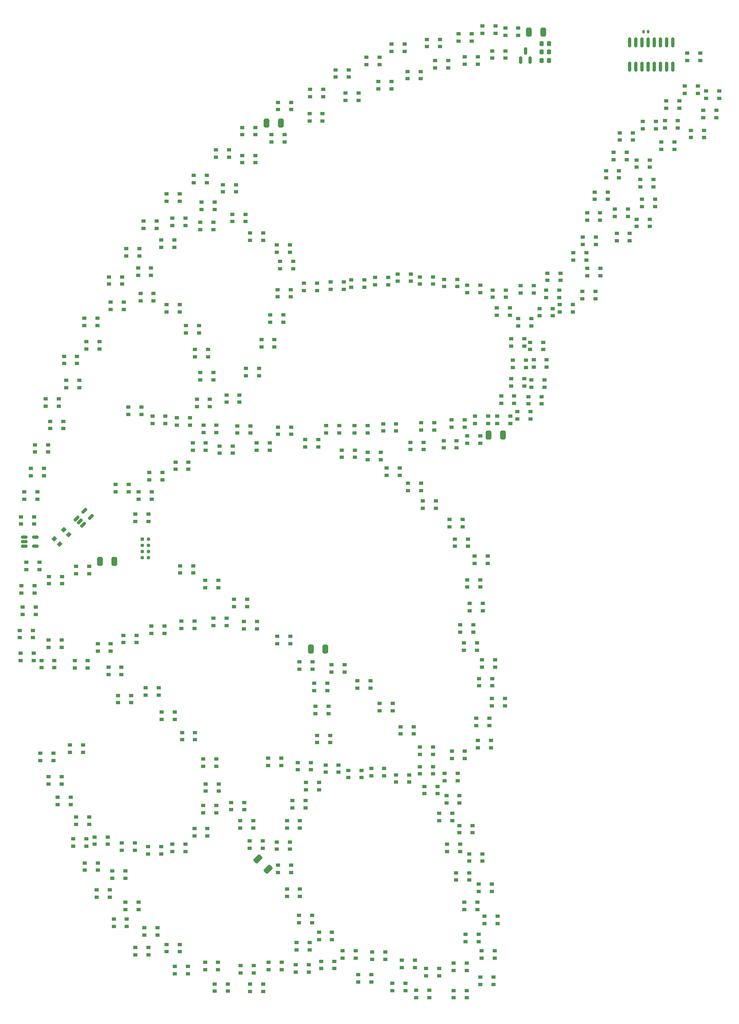
<source format=gbr>
%TF.GenerationSoftware,KiCad,Pcbnew,(6.99.0-3809-g2741d0eb4b)*%
%TF.CreationDate,2022-10-22T00:25:52-04:00*%
%TF.ProjectId,StarboardWing,53746172-626f-4617-9264-57696e672e6b,rev?*%
%TF.SameCoordinates,Original*%
%TF.FileFunction,Paste,Top*%
%TF.FilePolarity,Positive*%
%FSLAX46Y46*%
G04 Gerber Fmt 4.6, Leading zero omitted, Abs format (unit mm)*
G04 Created by KiCad (PCBNEW (6.99.0-3809-g2741d0eb4b)) date 2022-10-22 00:25:52*
%MOMM*%
%LPD*%
G01*
G04 APERTURE LIST*
G04 Aperture macros list*
%AMRoundRect*
0 Rectangle with rounded corners*
0 $1 Rounding radius*
0 $2 $3 $4 $5 $6 $7 $8 $9 X,Y pos of 4 corners*
0 Add a 4 corners polygon primitive as box body*
4,1,4,$2,$3,$4,$5,$6,$7,$8,$9,$2,$3,0*
0 Add four circle primitives for the rounded corners*
1,1,$1+$1,$2,$3*
1,1,$1+$1,$4,$5*
1,1,$1+$1,$6,$7*
1,1,$1+$1,$8,$9*
0 Add four rect primitives between the rounded corners*
20,1,$1+$1,$2,$3,$4,$5,0*
20,1,$1+$1,$4,$5,$6,$7,0*
20,1,$1+$1,$6,$7,$8,$9,0*
20,1,$1+$1,$8,$9,$2,$3,0*%
%AMRotRect*
0 Rectangle, with rotation*
0 The origin of the aperture is its center*
0 $1 length*
0 $2 width*
0 $3 Rotation angle, in degrees counterclockwise*
0 Add horizontal line*
21,1,$1,$2,0,0,$3*%
G04 Aperture macros list end*
%ADD10R,0.900000X0.750000*%
%ADD11RoundRect,0.150000X-0.256326X-0.468458X0.468458X0.256326X0.256326X0.468458X-0.468458X-0.256326X0*%
%ADD12RoundRect,0.150000X-0.512500X-0.150000X0.512500X-0.150000X0.512500X0.150000X-0.512500X0.150000X0*%
%ADD13RoundRect,0.250000X0.325000X0.650000X-0.325000X0.650000X-0.325000X-0.650000X0.325000X-0.650000X0*%
%ADD14RotRect,0.900000X0.750000X45.000000*%
%ADD15RoundRect,0.250000X-0.325000X-0.650000X0.325000X-0.650000X0.325000X0.650000X-0.325000X0.650000X0*%
%ADD16RoundRect,0.225000X0.225000X0.250000X-0.225000X0.250000X-0.225000X-0.250000X0.225000X-0.250000X0*%
%ADD17RoundRect,0.150000X0.150000X-0.587500X0.150000X0.587500X-0.150000X0.587500X-0.150000X-0.587500X0*%
%ADD18R,0.750000X0.750000*%
%ADD19O,0.750000X0.750000*%
%ADD20RoundRect,0.250000X0.689429X0.229810X0.229810X0.689429X-0.689429X-0.229810X-0.229810X-0.689429X0*%
%ADD21RoundRect,0.140000X-0.140000X-0.170000X0.140000X-0.170000X0.140000X0.170000X-0.140000X0.170000X0*%
%ADD22RoundRect,0.150000X-0.150000X0.850000X-0.150000X-0.850000X0.150000X-0.850000X0.150000X0.850000X0*%
G04 APERTURE END LIST*
D10*
%TO.C,D136*%
X205449999Y-83449999D03*
X205449999Y-81949999D03*
X202749999Y-81949999D03*
X202749999Y-83449999D03*
%TD*%
%TO.C,D150*%
X182649999Y-75749999D03*
X182649999Y-74249999D03*
X179949999Y-74249999D03*
X179949999Y-75749999D03*
%TD*%
%TO.C,D23*%
X184708892Y-165576392D03*
X184708892Y-164076392D03*
X182008892Y-164076392D03*
X182008892Y-165576392D03*
%TD*%
%TO.C,D9*%
X189149999Y-129949999D03*
X189149999Y-128449999D03*
X186449999Y-128449999D03*
X186449999Y-129949999D03*
%TD*%
%TO.C,D134*%
X217208892Y-120776392D03*
X217208892Y-119276392D03*
X214508892Y-119276392D03*
X214508892Y-120776392D03*
%TD*%
%TO.C,D81*%
X226249999Y-175449999D03*
X226249999Y-173949999D03*
X223549999Y-173949999D03*
X223549999Y-175449999D03*
%TD*%
%TO.C,D7*%
X177549999Y-133349999D03*
X177549999Y-131849999D03*
X174849999Y-131849999D03*
X174849999Y-133349999D03*
%TD*%
%TO.C,D193*%
X311299999Y-24299999D03*
X311299999Y-22799999D03*
X308599999Y-22799999D03*
X308599999Y-24299999D03*
%TD*%
%TO.C,D158*%
X197449999Y-52649999D03*
X197449999Y-51149999D03*
X194749999Y-51149999D03*
X194749999Y-52649999D03*
%TD*%
%TO.C,D114*%
X261549999Y-104349999D03*
X261549999Y-102849999D03*
X258849999Y-102849999D03*
X258849999Y-104349999D03*
%TD*%
%TO.C,D36*%
X203308892Y-191776392D03*
X203308892Y-190276392D03*
X200608892Y-190276392D03*
X200608892Y-191776392D03*
%TD*%
%TO.C,D218*%
X271349999Y-60849999D03*
X271349999Y-59349999D03*
X268649999Y-59349999D03*
X268649999Y-60849999D03*
%TD*%
%TO.C,D248*%
X272208892Y-78976392D03*
X272208892Y-77476392D03*
X269508892Y-77476392D03*
X269508892Y-78976392D03*
%TD*%
%TO.C,D55*%
X262449999Y-195649999D03*
X262449999Y-194149999D03*
X259749999Y-194149999D03*
X259749999Y-195649999D03*
%TD*%
%TO.C,D141*%
X210249999Y-74149999D03*
X210249999Y-72649999D03*
X207549999Y-72649999D03*
X207549999Y-74149999D03*
%TD*%
%TO.C,D222*%
X255449999Y-54449999D03*
X255449999Y-52949999D03*
X252749999Y-52949999D03*
X252749999Y-54449999D03*
%TD*%
%TO.C,D146*%
X191849999Y-59649999D03*
X191849999Y-58149999D03*
X189149999Y-58149999D03*
X189149999Y-59649999D03*
%TD*%
%TO.C,D186*%
X270349999Y-7949999D03*
X270349999Y-6449999D03*
X267649999Y-6449999D03*
X267649999Y-7949999D03*
%TD*%
%TO.C,D164*%
X210549999Y-39049999D03*
X210549999Y-37549999D03*
X207849999Y-37549999D03*
X207849999Y-39049999D03*
%TD*%
%TO.C,D64*%
X261108892Y-171176392D03*
X261108892Y-169676392D03*
X258408892Y-169676392D03*
X258408892Y-171176392D03*
%TD*%
D11*
%TO.C,U4*%
X182123915Y-102632583D03*
X182795666Y-103304334D03*
X183467417Y-103976085D03*
X185076085Y-102367417D03*
X183732583Y-101023915D03*
%TD*%
D10*
%TO.C,D206*%
X300099999Y-42599999D03*
X300099999Y-41099999D03*
X297399999Y-41099999D03*
X297399999Y-42599999D03*
%TD*%
%TO.C,D15*%
X210849999Y-153649999D03*
X210849999Y-152149999D03*
X208149999Y-152149999D03*
X208149999Y-153649999D03*
%TD*%
%TO.C,D31*%
X188949999Y-180549999D03*
X188949999Y-179049999D03*
X186249999Y-179049999D03*
X186249999Y-180549999D03*
%TD*%
%TO.C,D167*%
X214908892Y-35476392D03*
X214908892Y-33976392D03*
X212208892Y-33976392D03*
X212208892Y-35476392D03*
%TD*%
%TO.C,D210*%
X289908892Y-52676392D03*
X289908892Y-51176392D03*
X287208892Y-51176392D03*
X287208892Y-52676392D03*
%TD*%
%TO.C,D50*%
X249849999Y-199749999D03*
X249849999Y-198249999D03*
X247149999Y-198249999D03*
X247149999Y-199749999D03*
%TD*%
%TO.C,D58*%
X264908892Y-189676392D03*
X264908892Y-188176392D03*
X262208892Y-188176392D03*
X262208892Y-189676392D03*
%TD*%
%TO.C,D51*%
X251749999Y-195049999D03*
X251749999Y-193549999D03*
X249049999Y-193549999D03*
X249049999Y-195049999D03*
%TD*%
%TO.C,D67*%
X260949999Y-161149999D03*
X260949999Y-159649999D03*
X258249999Y-159649999D03*
X258249999Y-161149999D03*
%TD*%
%TO.C,D71*%
X250549999Y-156899999D03*
X250549999Y-155399999D03*
X247849999Y-155399999D03*
X247849999Y-156899999D03*
%TD*%
D12*
%TO.C,U3*%
X171362500Y-106450000D03*
X171362500Y-107400000D03*
X171362500Y-108350000D03*
X173637500Y-108350000D03*
X173637500Y-106450000D03*
%TD*%
D10*
%TO.C,D165*%
X203349999Y-37399999D03*
X203349999Y-35899999D03*
X200649999Y-35899999D03*
X200649999Y-37399999D03*
%TD*%
%TO.C,D84*%
X220399999Y-170499999D03*
X220399999Y-168999999D03*
X217699999Y-168999999D03*
X217699999Y-170499999D03*
%TD*%
%TO.C,D101*%
X255449999Y-151149999D03*
X255449999Y-149649999D03*
X252749999Y-149649999D03*
X252749999Y-151149999D03*
%TD*%
D13*
%TO.C,C2*%
X189875000Y-111500000D03*
X186925000Y-111500000D03*
%TD*%
D10*
%TO.C,D52*%
X254699999Y-201199999D03*
X254699999Y-199699999D03*
X251999999Y-199699999D03*
X251999999Y-201199999D03*
%TD*%
%TO.C,D46*%
X235149999Y-195249999D03*
X235149999Y-193749999D03*
X232449999Y-193749999D03*
X232449999Y-195249999D03*
%TD*%
%TO.C,D180*%
X252949999Y-12199999D03*
X252949999Y-10699999D03*
X250249999Y-10699999D03*
X250249999Y-12199999D03*
%TD*%
%TO.C,D247*%
X266849999Y-83076392D03*
X266849999Y-81576392D03*
X264149999Y-81576392D03*
X264149999Y-83076392D03*
%TD*%
%TO.C,D100*%
X251508892Y-146976392D03*
X251508892Y-145476392D03*
X248808892Y-145476392D03*
X248808892Y-146976392D03*
%TD*%
%TO.C,D60*%
X264608892Y-183076392D03*
X264608892Y-181576392D03*
X261908892Y-181576392D03*
X261908892Y-183076392D03*
%TD*%
%TO.C,D12*%
X198999999Y-138999999D03*
X198999999Y-137499999D03*
X196299999Y-137499999D03*
X196299999Y-138999999D03*
%TD*%
%TO.C,D109*%
X263749999Y-126049999D03*
X263749999Y-124549999D03*
X261049999Y-124549999D03*
X261049999Y-126049999D03*
%TD*%
%TO.C,D223*%
X250949999Y-53849999D03*
X250949999Y-52349999D03*
X248249999Y-52349999D03*
X248249999Y-53849999D03*
%TD*%
%TO.C,D221*%
X260449999Y-54949999D03*
X260449999Y-53449999D03*
X257749999Y-53449999D03*
X257749999Y-54949999D03*
%TD*%
%TO.C,D189*%
X310499999Y-8399999D03*
X310499999Y-6899999D03*
X307799999Y-6899999D03*
X307799999Y-8399999D03*
%TD*%
%TO.C,D94*%
X233708892Y-138076392D03*
X233708892Y-136576392D03*
X231008892Y-136576392D03*
X231008892Y-138076392D03*
%TD*%
%TO.C,D57*%
X268208892Y-193076392D03*
X268208892Y-191576392D03*
X265508892Y-191576392D03*
X265508892Y-193076392D03*
%TD*%
%TO.C,D156*%
X173349999Y-103799999D03*
X173349999Y-102299999D03*
X170649999Y-102299999D03*
X170649999Y-103799999D03*
%TD*%
%TO.C,D11*%
X193349999Y-140549999D03*
X193349999Y-139049999D03*
X190649999Y-139049999D03*
X190649999Y-140549999D03*
%TD*%
%TO.C,D62*%
X262949999Y-177049999D03*
X262949999Y-175549999D03*
X260249999Y-175549999D03*
X260249999Y-177049999D03*
%TD*%
%TO.C,D216*%
X280108892Y-60949999D03*
X280108892Y-59449999D03*
X277408892Y-59449999D03*
X277408892Y-60949999D03*
%TD*%
%TO.C,D229*%
X226049999Y-47849999D03*
X226049999Y-46349999D03*
X223349999Y-46349999D03*
X223349999Y-47849999D03*
%TD*%
%TO.C,D191*%
X314408892Y-16199999D03*
X314408892Y-14699999D03*
X311708892Y-14699999D03*
X311708892Y-16199999D03*
%TD*%
%TO.C,D215*%
X276249999Y-56249999D03*
X276249999Y-54749999D03*
X273549999Y-54749999D03*
X273549999Y-56249999D03*
%TD*%
%TO.C,D106*%
X267708892Y-137076392D03*
X267708892Y-135576392D03*
X265008892Y-135576392D03*
X265008892Y-137076392D03*
%TD*%
%TO.C,D122*%
X214249999Y-89249999D03*
X214249999Y-87749999D03*
X211549999Y-87749999D03*
X211549999Y-89249999D03*
%TD*%
%TO.C,D184*%
X263449999Y-4449999D03*
X263449999Y-2949999D03*
X260749999Y-2949999D03*
X260749999Y-4449999D03*
%TD*%
%TO.C,D172*%
X226249999Y-18549999D03*
X226249999Y-17049999D03*
X223549999Y-17049999D03*
X223549999Y-18549999D03*
%TD*%
%TO.C,D231*%
X216908892Y-41576392D03*
X216908892Y-40076392D03*
X214208892Y-40076392D03*
X214208892Y-41576392D03*
%TD*%
%TO.C,D22*%
X188508892Y-169676392D03*
X188508892Y-168176392D03*
X185808892Y-168176392D03*
X185808892Y-169676392D03*
%TD*%
%TO.C,D155*%
X174008892Y-98676392D03*
X174008892Y-97176392D03*
X171308892Y-97176392D03*
X171308892Y-98676392D03*
%TD*%
D14*
%TO.C,D129*%
X180484923Y-105975735D03*
X179424263Y-104915075D03*
X177515075Y-106824263D03*
X178575735Y-107884923D03*
%TD*%
D10*
%TO.C,D32*%
X194899999Y-183099999D03*
X194899999Y-181599999D03*
X192199999Y-181599999D03*
X192199999Y-183099999D03*
%TD*%
%TO.C,D79*%
X228099999Y-166299999D03*
X228099999Y-164799999D03*
X225399999Y-164799999D03*
X225399999Y-166299999D03*
%TD*%
%TO.C,D144*%
X203308892Y-60176392D03*
X203308892Y-58676392D03*
X200608892Y-58676392D03*
X200608892Y-60176392D03*
%TD*%
%TO.C,D34*%
X198749999Y-188349999D03*
X198749999Y-186849999D03*
X196049999Y-186849999D03*
X196049999Y-188349999D03*
%TD*%
%TO.C,D29*%
X186499999Y-174999999D03*
X186499999Y-173499999D03*
X183799999Y-173499999D03*
X183799999Y-174999999D03*
%TD*%
%TO.C,D113*%
X262649999Y-108376392D03*
X262649999Y-106876392D03*
X259949999Y-106876392D03*
X259949999Y-108376392D03*
%TD*%
%TO.C,D47*%
X239549999Y-193099999D03*
X239549999Y-191599999D03*
X236849999Y-191599999D03*
X236849999Y-193099999D03*
%TD*%
%TO.C,D213*%
X281508892Y-57176392D03*
X281508892Y-55676392D03*
X278808892Y-55676392D03*
X278808892Y-57176392D03*
%TD*%
%TO.C,D85*%
X218449999Y-166349999D03*
X218449999Y-164849999D03*
X215749999Y-164849999D03*
X215749999Y-166349999D03*
%TD*%
%TO.C,D8*%
X184408892Y-133376392D03*
X184408892Y-131876392D03*
X181708892Y-131876392D03*
X181708892Y-133376392D03*
%TD*%
%TO.C,D219*%
X270449999Y-57149999D03*
X270449999Y-55649999D03*
X267749999Y-55649999D03*
X267749999Y-57149999D03*
%TD*%
%TO.C,D194*%
X305899999Y-22299999D03*
X305899999Y-20799999D03*
X303199999Y-20799999D03*
X303199999Y-22299999D03*
%TD*%
%TO.C,D107*%
X268249999Y-133249999D03*
X268249999Y-131749999D03*
X265549999Y-131749999D03*
X265549999Y-133249999D03*
%TD*%
%TO.C,D145*%
X197949999Y-57849999D03*
X197949999Y-56349999D03*
X195249999Y-56349999D03*
X195249999Y-57849999D03*
%TD*%
%TO.C,D18*%
X209049999Y-167949999D03*
X209049999Y-166449999D03*
X206349999Y-166449999D03*
X206349999Y-167949999D03*
%TD*%
%TO.C,D133*%
X211308892Y-116876392D03*
X211308892Y-115376392D03*
X208608892Y-115376392D03*
X208608892Y-116876392D03*
%TD*%
%TO.C,D120*%
X221908892Y-88576392D03*
X221908892Y-87076392D03*
X219208892Y-87076392D03*
X219208892Y-88576392D03*
%TD*%
%TO.C,D187*%
X273049999Y-3249999D03*
X273049999Y-1749999D03*
X270349999Y-1749999D03*
X270349999Y-3249999D03*
%TD*%
%TO.C,D41*%
X220549999Y-199949999D03*
X220549999Y-198449999D03*
X217849999Y-198449999D03*
X217849999Y-199949999D03*
%TD*%
%TO.C,D256*%
X274299999Y-67199999D03*
X274299999Y-65699999D03*
X271599999Y-65699999D03*
X271599999Y-67199999D03*
%TD*%
%TO.C,D35*%
X196908892Y-192376392D03*
X196908892Y-190876392D03*
X194208892Y-190876392D03*
X194208892Y-192376392D03*
%TD*%
%TO.C,D196*%
X305199999Y-26699999D03*
X305199999Y-25199999D03*
X302499999Y-25199999D03*
X302499999Y-26699999D03*
%TD*%
%TO.C,D227*%
X231608892Y-55776392D03*
X231608892Y-54276392D03*
X228908892Y-54276392D03*
X228908892Y-55776392D03*
%TD*%
%TO.C,D232*%
X226208892Y-57076392D03*
X226208892Y-55576392D03*
X223508892Y-55576392D03*
X223508892Y-57076392D03*
%TD*%
%TO.C,D89*%
X206349999Y-125249999D03*
X206349999Y-123749999D03*
X203649999Y-123749999D03*
X203649999Y-125249999D03*
%TD*%
%TO.C,D212*%
X281708892Y-53676392D03*
X281708892Y-52176392D03*
X279008892Y-52176392D03*
X279008892Y-53676392D03*
%TD*%
%TO.C,D131*%
X184699999Y-113999999D03*
X184699999Y-112499999D03*
X181999999Y-112499999D03*
X181999999Y-113999999D03*
%TD*%
%TO.C,D68*%
X256449999Y-159249999D03*
X256449999Y-157749999D03*
X253749999Y-157749999D03*
X253749999Y-159249999D03*
%TD*%
%TO.C,D56*%
X267949999Y-198499999D03*
X267949999Y-196999999D03*
X265249999Y-196999999D03*
X265249999Y-198499999D03*
%TD*%
%TO.C,D90*%
X213008892Y-124676392D03*
X213008892Y-123176392D03*
X210308892Y-123176392D03*
X210308892Y-124676392D03*
%TD*%
%TO.C,D250*%
X277808892Y-79076392D03*
X277808892Y-77576392D03*
X275108892Y-77576392D03*
X275108892Y-79076392D03*
%TD*%
%TO.C,D86*%
X216649999Y-162549999D03*
X216649999Y-161049999D03*
X213949999Y-161049999D03*
X213949999Y-162549999D03*
%TD*%
D15*
%TO.C,C44*%
X266925000Y-85500000D03*
X269875000Y-85500000D03*
%TD*%
D10*
%TO.C,D198*%
X295399999Y-28799999D03*
X295399999Y-27299999D03*
X292699999Y-27299999D03*
X292699999Y-28799999D03*
%TD*%
D16*
%TO.C,C3*%
X279375000Y-5000000D03*
X277825000Y-5000000D03*
%TD*%
D10*
%TO.C,D75*%
X232008892Y-158476392D03*
X232008892Y-156976392D03*
X229308892Y-156976392D03*
X229308892Y-158476392D03*
%TD*%
%TO.C,D246*%
X271408892Y-83076392D03*
X271408892Y-81576392D03*
X268708892Y-81576392D03*
X268708892Y-83076392D03*
%TD*%
D15*
%TO.C,C40*%
X275225000Y-2600000D03*
X278175000Y-2600000D03*
%TD*%
D10*
%TO.C,D13*%
X202349999Y-143949999D03*
X202349999Y-142449999D03*
X199649999Y-142449999D03*
X199649999Y-143949999D03*
%TD*%
%TO.C,D78*%
X229249999Y-162149999D03*
X229249999Y-160649999D03*
X226549999Y-160649999D03*
X226549999Y-162149999D03*
%TD*%
%TO.C,D3*%
X173708892Y-122376392D03*
X173708892Y-120876392D03*
X171008892Y-120876392D03*
X171008892Y-122376392D03*
%TD*%
%TO.C,D24*%
X180908892Y-161476392D03*
X180908892Y-159976392D03*
X178208892Y-159976392D03*
X178208892Y-161476392D03*
%TD*%
%TO.C,D98*%
X242649999Y-137549999D03*
X242649999Y-136049999D03*
X239949999Y-136049999D03*
X239949999Y-137549999D03*
%TD*%
%TO.C,D96*%
X234349999Y-148749999D03*
X234349999Y-147249999D03*
X231649999Y-147249999D03*
X231649999Y-148749999D03*
%TD*%
%TO.C,D49*%
X242799999Y-197999999D03*
X242799999Y-196499999D03*
X240099999Y-196499999D03*
X240099999Y-197999999D03*
%TD*%
%TO.C,D143*%
X207308892Y-64476392D03*
X207308892Y-62976392D03*
X204608892Y-62976392D03*
X204608892Y-64476392D03*
%TD*%
%TO.C,D138*%
X195449999Y-81249999D03*
X195449999Y-79749999D03*
X192749999Y-79749999D03*
X192749999Y-81249999D03*
%TD*%
%TO.C,D181*%
X256899999Y-5599999D03*
X256899999Y-4099999D03*
X254199999Y-4099999D03*
X254199999Y-5599999D03*
%TD*%
%TO.C,D178*%
X246949999Y-14249999D03*
X246949999Y-12749999D03*
X244249999Y-12749999D03*
X244249999Y-14249999D03*
%TD*%
%TO.C,D207*%
X295999999Y-45499999D03*
X295999999Y-43999999D03*
X293299999Y-43999999D03*
X293299999Y-45499999D03*
%TD*%
%TO.C,D14*%
X206508892Y-148176392D03*
X206508892Y-146676392D03*
X203808892Y-146676392D03*
X203808892Y-148176392D03*
%TD*%
%TO.C,D82*%
X228099999Y-180399999D03*
X228099999Y-178899999D03*
X225399999Y-178899999D03*
X225399999Y-180399999D03*
%TD*%
%TO.C,D175*%
X238149999Y-11849999D03*
X238149999Y-10349999D03*
X235449999Y-10349999D03*
X235449999Y-11849999D03*
%TD*%
%TO.C,D44*%
X230108892Y-191376392D03*
X230108892Y-189876392D03*
X227408892Y-189876392D03*
X227408892Y-191376392D03*
%TD*%
%TO.C,D226*%
X237108892Y-55476392D03*
X237108892Y-53976392D03*
X234408892Y-53976392D03*
X234408892Y-55476392D03*
%TD*%
%TO.C,D137*%
X200408892Y-83076392D03*
X200408892Y-81576392D03*
X197708892Y-81576392D03*
X197708892Y-83076392D03*
%TD*%
%TO.C,D21*%
X194108892Y-170876392D03*
X194108892Y-169376392D03*
X191408892Y-169376392D03*
X191408892Y-170876392D03*
%TD*%
%TO.C,D123*%
X210908892Y-84976392D03*
X210908892Y-83476392D03*
X208208892Y-83476392D03*
X208208892Y-84976392D03*
%TD*%
%TO.C,D53*%
X256749999Y-196749999D03*
X256749999Y-195249999D03*
X254049999Y-195249999D03*
X254049999Y-196749999D03*
%TD*%
%TO.C,D190*%
X306208892Y-18276392D03*
X306208892Y-16776392D03*
X303508892Y-16776392D03*
X303508892Y-18276392D03*
%TD*%
%TO.C,D40*%
X218549999Y-196149999D03*
X218549999Y-194649999D03*
X215849999Y-194649999D03*
X215849999Y-196149999D03*
%TD*%
%TO.C,D121*%
X217899999Y-85099999D03*
X217899999Y-83599999D03*
X215199999Y-83599999D03*
X215199999Y-85099999D03*
%TD*%
%TO.C,D33*%
X192449999Y-186549999D03*
X192449999Y-185049999D03*
X189749999Y-185049999D03*
X189749999Y-186549999D03*
%TD*%
%TO.C,D10*%
X191349999Y-134749999D03*
X191349999Y-133249999D03*
X188649999Y-133249999D03*
X188649999Y-134749999D03*
%TD*%
%TO.C,D153*%
X176208892Y-88976392D03*
X176208892Y-87476392D03*
X173508892Y-87476392D03*
X173508892Y-88976392D03*
%TD*%
%TO.C,D182*%
X258649999Y-9949999D03*
X258649999Y-8449999D03*
X255949999Y-8449999D03*
X255949999Y-9949999D03*
%TD*%
%TO.C,D54*%
X262449999Y-201249999D03*
X262449999Y-199749999D03*
X259749999Y-199749999D03*
X259749999Y-201249999D03*
%TD*%
%TO.C,D45*%
X234699999Y-189299999D03*
X234699999Y-187799999D03*
X231999999Y-187799999D03*
X231999999Y-189299999D03*
%TD*%
%TO.C,D197*%
X296599999Y-24799999D03*
X296599999Y-23299999D03*
X293899999Y-23299999D03*
X293899999Y-24799999D03*
%TD*%
%TO.C,D2*%
X174449999Y-113149999D03*
X174449999Y-111649999D03*
X171749999Y-111649999D03*
X171749999Y-113149999D03*
%TD*%
%TO.C,D88*%
X200208892Y-126276392D03*
X200208892Y-124776392D03*
X197508892Y-124776392D03*
X197508892Y-126276392D03*
%TD*%
%TO.C,D162*%
X204549999Y-42349999D03*
X204549999Y-40849999D03*
X201849999Y-40849999D03*
X201849999Y-42349999D03*
%TD*%
D17*
%TO.C,U1*%
X273550000Y-8337500D03*
X275450000Y-8337500D03*
X274500000Y-6462500D03*
%TD*%
D10*
%TO.C,D176*%
X240149999Y-16649999D03*
X240149999Y-15149999D03*
X237449999Y-15149999D03*
X237449999Y-16649999D03*
%TD*%
%TO.C,D72*%
X245449999Y-155549999D03*
X245449999Y-154049999D03*
X242749999Y-154049999D03*
X242749999Y-155549999D03*
%TD*%
%TO.C,D108*%
X264549999Y-129749999D03*
X264549999Y-128249999D03*
X261849999Y-128249999D03*
X261849999Y-129749999D03*
%TD*%
%TO.C,D103*%
X267399999Y-149799999D03*
X267399999Y-148299999D03*
X264699999Y-148299999D03*
X264699999Y-149799999D03*
%TD*%
%TO.C,D63*%
X265649999Y-173149999D03*
X265649999Y-171649999D03*
X262949999Y-171649999D03*
X262949999Y-173149999D03*
%TD*%
%TO.C,D95*%
X233999999Y-142799999D03*
X233999999Y-141299999D03*
X231299999Y-141299999D03*
X231299999Y-142799999D03*
%TD*%
%TO.C,D170*%
X218899999Y-23699999D03*
X218899999Y-22199999D03*
X216199999Y-22199999D03*
X216199999Y-23699999D03*
%TD*%
%TO.C,D132*%
X206108892Y-113876392D03*
X206108892Y-112376392D03*
X203408892Y-112376392D03*
X203408892Y-113876392D03*
%TD*%
%TO.C,D30*%
X192149999Y-176649999D03*
X192149999Y-175149999D03*
X189449999Y-175149999D03*
X189449999Y-176649999D03*
%TD*%
%TO.C,D16*%
X211349999Y-158749999D03*
X211349999Y-157249999D03*
X208649999Y-157249999D03*
X208649999Y-158749999D03*
%TD*%
%TO.C,D19*%
X204549999Y-171149999D03*
X204549999Y-169649999D03*
X201849999Y-169649999D03*
X201849999Y-171149999D03*
%TD*%
%TO.C,D239*%
X244749999Y-90549999D03*
X244749999Y-89049999D03*
X242049999Y-89049999D03*
X242049999Y-90549999D03*
%TD*%
D16*
%TO.C,C42*%
X279375000Y-8400000D03*
X277825000Y-8400000D03*
%TD*%
D10*
%TO.C,D105*%
X270308892Y-141176392D03*
X270308892Y-139676392D03*
X267608892Y-139676392D03*
X267608892Y-141176392D03*
%TD*%
%TO.C,D111*%
X265249999Y-116749999D03*
X265249999Y-115249999D03*
X262549999Y-115249999D03*
X262549999Y-116749999D03*
%TD*%
%TO.C,D149*%
X182208892Y-70776392D03*
X182208892Y-69276392D03*
X179508892Y-69276392D03*
X179508892Y-70776392D03*
%TD*%
%TO.C,D174*%
X232899999Y-15899999D03*
X232899999Y-14399999D03*
X230199999Y-14399999D03*
X230199999Y-15899999D03*
%TD*%
D16*
%TO.C,C43*%
X279375000Y-6700000D03*
X277825000Y-6700000D03*
%TD*%
D10*
%TO.C,D28*%
X184108892Y-170076392D03*
X184108892Y-168576392D03*
X181408892Y-168576392D03*
X181408892Y-170076392D03*
%TD*%
%TO.C,D42*%
X224308892Y-195476392D03*
X224308892Y-193976392D03*
X221608892Y-193976392D03*
X221608892Y-195476392D03*
%TD*%
%TO.C,D38*%
X211249999Y-195449999D03*
X211249999Y-193949999D03*
X208549999Y-193949999D03*
X208549999Y-195449999D03*
%TD*%
D15*
%TO.C,C39*%
X221225000Y-21300000D03*
X224175000Y-21300000D03*
%TD*%
D10*
%TO.C,D48*%
X245649999Y-193349999D03*
X245649999Y-191849999D03*
X242949999Y-191849999D03*
X242949999Y-193349999D03*
%TD*%
%TO.C,D220*%
X265249999Y-56149999D03*
X265249999Y-54649999D03*
X262549999Y-54649999D03*
X262549999Y-56149999D03*
%TD*%
%TO.C,D104*%
X267108892Y-145276392D03*
X267108892Y-143776392D03*
X264408892Y-143776392D03*
X264408892Y-145276392D03*
%TD*%
%TO.C,D115*%
X256049999Y-100549999D03*
X256049999Y-99049999D03*
X253349999Y-99049999D03*
X253349999Y-100549999D03*
%TD*%
%TO.C,D214*%
X284249999Y-60149999D03*
X284249999Y-58649999D03*
X281549999Y-58649999D03*
X281549999Y-60149999D03*
%TD*%
%TO.C,D87*%
X194408892Y-128176392D03*
X194408892Y-126676392D03*
X191708892Y-126676392D03*
X191708892Y-128176392D03*
%TD*%
%TO.C,D93*%
X230708892Y-133676392D03*
X230708892Y-132176392D03*
X228008892Y-132176392D03*
X228008892Y-133676392D03*
%TD*%
%TO.C,D154*%
X175408892Y-93876392D03*
X175408892Y-92376392D03*
X172708892Y-92376392D03*
X172708892Y-93876392D03*
%TD*%
%TO.C,D252*%
X274308892Y-75376392D03*
X274308892Y-73876392D03*
X271608892Y-73876392D03*
X271608892Y-75376392D03*
%TD*%
%TO.C,D147*%
X186408892Y-62976392D03*
X186408892Y-61476392D03*
X183708892Y-61476392D03*
X183708892Y-62976392D03*
%TD*%
%TO.C,D69*%
X260599999Y-156599999D03*
X260599999Y-155099999D03*
X257899999Y-155099999D03*
X257899999Y-156599999D03*
%TD*%
%TO.C,D39*%
X213199999Y-199899999D03*
X213199999Y-198399999D03*
X210499999Y-198399999D03*
X210499999Y-199899999D03*
%TD*%
%TO.C,D255*%
X278199999Y-67899999D03*
X278199999Y-66399999D03*
X275499999Y-66399999D03*
X275499999Y-67899999D03*
%TD*%
%TO.C,D238*%
X242049999Y-85049999D03*
X242049999Y-83549999D03*
X239349999Y-83549999D03*
X239349999Y-85049999D03*
%TD*%
%TO.C,D117*%
X248649999Y-93749999D03*
X248649999Y-92249999D03*
X245949999Y-92249999D03*
X245949999Y-93749999D03*
%TD*%
%TO.C,D243*%
X260349999Y-88149999D03*
X260349999Y-86649999D03*
X257649999Y-86649999D03*
X257649999Y-88149999D03*
%TD*%
%TO.C,D91*%
X219249999Y-125349999D03*
X219249999Y-123849999D03*
X216549999Y-123849999D03*
X216549999Y-125349999D03*
%TD*%
%TO.C,D148*%
X186849999Y-67749999D03*
X186849999Y-66249999D03*
X184149999Y-66249999D03*
X184149999Y-67749999D03*
%TD*%
%TO.C,D17*%
X210899999Y-163199999D03*
X210899999Y-161699999D03*
X208199999Y-161699999D03*
X208199999Y-163199999D03*
%TD*%
%TO.C,D205*%
X295599999Y-40499999D03*
X295599999Y-38999999D03*
X292899999Y-38999999D03*
X292899999Y-40499999D03*
%TD*%
%TO.C,D25*%
X179008892Y-157276392D03*
X179008892Y-155776392D03*
X176308892Y-155776392D03*
X176308892Y-157276392D03*
%TD*%
%TO.C,D204*%
X289899999Y-41299999D03*
X289899999Y-39799999D03*
X287199999Y-39799999D03*
X287199999Y-41299999D03*
%TD*%
%TO.C,D185*%
X268349999Y-2849999D03*
X268349999Y-1349999D03*
X265649999Y-1349999D03*
X265649999Y-2849999D03*
%TD*%
%TO.C,D92*%
X226099999Y-128399999D03*
X226099999Y-126899999D03*
X223399999Y-126899999D03*
X223399999Y-128399999D03*
%TD*%
%TO.C,D183*%
X264708892Y-9176392D03*
X264708892Y-7676392D03*
X262008892Y-7676392D03*
X262008892Y-9176392D03*
%TD*%
%TO.C,D177*%
X244449999Y-9249999D03*
X244449999Y-7749999D03*
X241749999Y-7749999D03*
X241749999Y-9249999D03*
%TD*%
%TO.C,D230*%
X220549999Y-45449999D03*
X220549999Y-43949999D03*
X217849999Y-43949999D03*
X217849999Y-45449999D03*
%TD*%
%TO.C,D20*%
X199549999Y-171649999D03*
X199549999Y-170149999D03*
X196849999Y-170149999D03*
X196849999Y-171649999D03*
%TD*%
%TO.C,D142*%
X209149999Y-69399999D03*
X209149999Y-67899999D03*
X206449999Y-67899999D03*
X206449999Y-69399999D03*
%TD*%
D18*
%TO.C,J1*%
X195599999Y-106899999D03*
D19*
X196869999Y-106899999D03*
X195599999Y-108169999D03*
X196869999Y-108169999D03*
X195599999Y-109439999D03*
X196869999Y-109439999D03*
X195599999Y-110709999D03*
X196869999Y-110709999D03*
%TD*%
D10*
%TO.C,D192*%
X313799999Y-20199999D03*
X313799999Y-18699999D03*
X311099999Y-18699999D03*
X311099999Y-20199999D03*
%TD*%
%TO.C,D209*%
X287099999Y-49499999D03*
X287099999Y-47999999D03*
X284399999Y-47999999D03*
X284399999Y-49499999D03*
%TD*%
%TO.C,D70*%
X255499999Y-155199999D03*
X255499999Y-153699999D03*
X252799999Y-153699999D03*
X252799999Y-155199999D03*
%TD*%
%TO.C,D163*%
X210249999Y-43249999D03*
X210249999Y-41749999D03*
X207549999Y-41749999D03*
X207549999Y-43249999D03*
%TD*%
D15*
%TO.C,C41*%
X230325000Y-129500000D03*
X233275000Y-129500000D03*
%TD*%
D10*
%TO.C,D225*%
X241349999Y-55049999D03*
X241349999Y-53549999D03*
X238649999Y-53549999D03*
X238649999Y-55049999D03*
%TD*%
%TO.C,D83*%
X230608892Y-185776392D03*
X230608892Y-184276392D03*
X227908892Y-184276392D03*
X227908892Y-185776392D03*
%TD*%
%TO.C,D202*%
X301199999Y-38499999D03*
X301199999Y-36999999D03*
X298499999Y-36999999D03*
X298499999Y-38499999D03*
%TD*%
%TO.C,D112*%
X266708892Y-111876392D03*
X266708892Y-110376392D03*
X264008892Y-110376392D03*
X264008892Y-111876392D03*
%TD*%
%TO.C,D240*%
X247908892Y-84676392D03*
X247908892Y-83176392D03*
X245208892Y-83176392D03*
X245208892Y-84676392D03*
%TD*%
%TO.C,D244*%
X262008892Y-83876392D03*
X262008892Y-82376392D03*
X259308892Y-82376392D03*
X259308892Y-83876392D03*
%TD*%
%TO.C,D61*%
X267608892Y-179376392D03*
X267608892Y-177876392D03*
X264908892Y-177876392D03*
X264908892Y-179376392D03*
%TD*%
%TO.C,D241*%
X253508892Y-88476392D03*
X253508892Y-86976392D03*
X250808892Y-86976392D03*
X250808892Y-88476392D03*
%TD*%
%TO.C,D1*%
X173408892Y-117976392D03*
X173408892Y-116476392D03*
X170708892Y-116476392D03*
X170708892Y-117976392D03*
%TD*%
D20*
%TO.C,C38*%
X221500000Y-174800000D03*
X219414034Y-172714034D03*
%TD*%
D10*
%TO.C,D126*%
X199799999Y-94699999D03*
X199799999Y-93199999D03*
X197099999Y-93199999D03*
X197099999Y-94699999D03*
%TD*%
%TO.C,D124*%
X208708892Y-88576392D03*
X208708892Y-87076392D03*
X206008892Y-87076392D03*
X206008892Y-88576392D03*
%TD*%
%TO.C,D27*%
X183408892Y-150776392D03*
X183408892Y-149276392D03*
X180708892Y-149276392D03*
X180708892Y-150776392D03*
%TD*%
%TO.C,D161*%
X198608892Y-42976392D03*
X198608892Y-41476392D03*
X195908892Y-41476392D03*
X195908892Y-42976392D03*
%TD*%
%TO.C,D6*%
X179008892Y-129176392D03*
X179008892Y-127676392D03*
X176308892Y-127676392D03*
X176308892Y-129176392D03*
%TD*%
%TO.C,D118*%
X231899999Y-87899999D03*
X231899999Y-86399999D03*
X229199999Y-86399999D03*
X229199999Y-87899999D03*
%TD*%
%TO.C,D159*%
X195049999Y-48649999D03*
X195049999Y-47149999D03*
X192349999Y-47149999D03*
X192349999Y-48649999D03*
%TD*%
%TO.C,D224*%
X246249999Y-54549999D03*
X246249999Y-53049999D03*
X243549999Y-53049999D03*
X243549999Y-54549999D03*
%TD*%
%TO.C,D160*%
X202208892Y-46876392D03*
X202208892Y-45376392D03*
X199508892Y-45376392D03*
X199508892Y-46876392D03*
%TD*%
%TO.C,D80*%
X225999999Y-170699999D03*
X225999999Y-169199999D03*
X223299999Y-169199999D03*
X223299999Y-170699999D03*
%TD*%
%TO.C,D251*%
X278408892Y-75676392D03*
X278408892Y-74176392D03*
X275708892Y-74176392D03*
X275708892Y-75676392D03*
%TD*%
%TO.C,D65*%
X263599999Y-167299999D03*
X263599999Y-165799999D03*
X260899999Y-165799999D03*
X260899999Y-167299999D03*
%TD*%
%TO.C,D228*%
X226708892Y-51276392D03*
X226708892Y-49776392D03*
X224008892Y-49776392D03*
X224008892Y-51276392D03*
%TD*%
%TO.C,D97*%
X237249999Y-134249999D03*
X237249999Y-132749999D03*
X234549999Y-132749999D03*
X234549999Y-134249999D03*
%TD*%
%TO.C,D135*%
X196908892Y-103276392D03*
X196908892Y-101776392D03*
X194208892Y-101776392D03*
X194208892Y-103276392D03*
%TD*%
%TO.C,D74*%
X236049999Y-154849999D03*
X236049999Y-153349999D03*
X233349999Y-153349999D03*
X233349999Y-154849999D03*
%TD*%
%TO.C,D73*%
X240749999Y-155949999D03*
X240749999Y-154449999D03*
X238049999Y-154449999D03*
X238049999Y-155949999D03*
%TD*%
%TO.C,D201*%
X300899999Y-34399999D03*
X300899999Y-32899999D03*
X298199999Y-32899999D03*
X298199999Y-34399999D03*
%TD*%
%TO.C,D179*%
X249608892Y-6576392D03*
X249608892Y-5076392D03*
X246908892Y-5076392D03*
X246908892Y-6576392D03*
%TD*%
D21*
%TO.C,C1*%
X298820000Y-2500000D03*
X299780000Y-2500000D03*
%TD*%
D10*
%TO.C,D26*%
X177349999Y-152449999D03*
X177349999Y-150949999D03*
X174649999Y-150949999D03*
X174649999Y-152449999D03*
%TD*%
%TO.C,D102*%
X262049999Y-152049999D03*
X262049999Y-150549999D03*
X259349999Y-150549999D03*
X259349999Y-152049999D03*
%TD*%
%TO.C,D199*%
X293799999Y-32599999D03*
X293799999Y-31099999D03*
X291099999Y-31099999D03*
X291099999Y-32599999D03*
%TD*%
%TO.C,D217*%
X275749999Y-63049999D03*
X275749999Y-61549999D03*
X273049999Y-61549999D03*
X273049999Y-63049999D03*
%TD*%
%TO.C,D203*%
X291499999Y-36999999D03*
X291499999Y-35499999D03*
X288799999Y-35499999D03*
X288799999Y-36999999D03*
%TD*%
%TO.C,D127*%
X197549999Y-98649999D03*
X197549999Y-97149999D03*
X194849999Y-97149999D03*
X194849999Y-98649999D03*
%TD*%
%TO.C,D166*%
X208908892Y-33576392D03*
X208908892Y-32076392D03*
X206208892Y-32076392D03*
X206208892Y-33576392D03*
%TD*%
%TO.C,D119*%
X226249999Y-85349999D03*
X226249999Y-83849999D03*
X223549999Y-83849999D03*
X223549999Y-85349999D03*
%TD*%
%TO.C,D253*%
X274608892Y-71576392D03*
X274608892Y-70076392D03*
X271908892Y-70076392D03*
X271908892Y-71576392D03*
%TD*%
%TO.C,D245*%
X265249999Y-87149999D03*
X265249999Y-85649999D03*
X262549999Y-85649999D03*
X262549999Y-87149999D03*
%TD*%
%TO.C,D236*%
X236149999Y-85049999D03*
X236149999Y-83549999D03*
X233449999Y-83549999D03*
X233449999Y-85049999D03*
%TD*%
%TO.C,D4*%
X173108892Y-127176392D03*
X173108892Y-125676392D03*
X170408892Y-125676392D03*
X170408892Y-127176392D03*
%TD*%
%TO.C,D173*%
X232749999Y-20899999D03*
X232749999Y-19399999D03*
X230049999Y-19399999D03*
X230049999Y-20899999D03*
%TD*%
%TO.C,D188*%
X310008892Y-15176392D03*
X310008892Y-13676392D03*
X307308892Y-13676392D03*
X307308892Y-15176392D03*
%TD*%
%TO.C,D208*%
X288999999Y-46299999D03*
X288999999Y-44799999D03*
X286299999Y-44799999D03*
X286299999Y-46299999D03*
%TD*%
%TO.C,D211*%
X288908892Y-57476392D03*
X288908892Y-55976392D03*
X286208892Y-55976392D03*
X286208892Y-57476392D03*
%TD*%
%TO.C,D66*%
X259499999Y-164799999D03*
X259499999Y-163299999D03*
X256799999Y-163299999D03*
X256799999Y-164799999D03*
%TD*%
%TO.C,D128*%
X192849999Y-97149999D03*
X192849999Y-95649999D03*
X190149999Y-95649999D03*
X190149999Y-97149999D03*
%TD*%
%TO.C,D200*%
X300099999Y-30399999D03*
X300099999Y-28899999D03*
X297399999Y-28899999D03*
X297399999Y-30399999D03*
%TD*%
%TO.C,D234*%
X222849999Y-67349999D03*
X222849999Y-65849999D03*
X220149999Y-65849999D03*
X220149999Y-67349999D03*
%TD*%
%TO.C,D77*%
X224249999Y-153449999D03*
X224249999Y-151949999D03*
X221549999Y-151949999D03*
X221549999Y-153449999D03*
%TD*%
%TO.C,D116*%
X252999999Y-96899999D03*
X252999999Y-95399999D03*
X250299999Y-95399999D03*
X250299999Y-96899999D03*
%TD*%
%TO.C,D37*%
X205008892Y-196276392D03*
X205008892Y-194776392D03*
X202308892Y-194776392D03*
X202308892Y-196276392D03*
%TD*%
%TO.C,D125*%
X205149999Y-92549999D03*
X205149999Y-91049999D03*
X202449999Y-91049999D03*
X202449999Y-92549999D03*
%TD*%
%TO.C,D233*%
X224649999Y-62249999D03*
X224649999Y-60749999D03*
X221949999Y-60749999D03*
X221949999Y-62249999D03*
%TD*%
%TO.C,D242*%
X255708892Y-84476392D03*
X255708892Y-82976392D03*
X253008892Y-82976392D03*
X253008892Y-84476392D03*
%TD*%
%TO.C,D76*%
X230349999Y-154349999D03*
X230349999Y-152849999D03*
X227649999Y-152849999D03*
X227649999Y-154349999D03*
%TD*%
%TO.C,D5*%
X173308892Y-131876392D03*
X173308892Y-130376392D03*
X170608892Y-130376392D03*
X170608892Y-131876392D03*
%TD*%
%TO.C,D254*%
X278899999Y-71499999D03*
X278899999Y-69999999D03*
X276199999Y-69999999D03*
X276199999Y-71499999D03*
%TD*%
%TO.C,D110*%
X265749999Y-121649999D03*
X265749999Y-120149999D03*
X263049999Y-120149999D03*
X263049999Y-121649999D03*
%TD*%
%TO.C,D157*%
X191449999Y-54449999D03*
X191449999Y-52949999D03*
X188749999Y-52949999D03*
X188749999Y-54449999D03*
%TD*%
%TO.C,D139*%
X209549999Y-79649999D03*
X209549999Y-78149999D03*
X206849999Y-78149999D03*
X206849999Y-79649999D03*
%TD*%
%TO.C,D237*%
X239408892Y-90076392D03*
X239408892Y-88576392D03*
X236708892Y-88576392D03*
X236708892Y-90076392D03*
%TD*%
%TO.C,D140*%
X215649999Y-78749999D03*
X215649999Y-77249999D03*
X212949999Y-77249999D03*
X212949999Y-78749999D03*
%TD*%
%TO.C,D152*%
X179349999Y-84149999D03*
X179349999Y-82649999D03*
X176649999Y-82649999D03*
X176649999Y-84149999D03*
%TD*%
%TO.C,D43*%
X229949999Y-195949999D03*
X229949999Y-194449999D03*
X227249999Y-194449999D03*
X227249999Y-195949999D03*
%TD*%
%TO.C,D99*%
X247208892Y-142176392D03*
X247208892Y-140676392D03*
X244508892Y-140676392D03*
X244508892Y-142176392D03*
%TD*%
%TO.C,D169*%
X218908892Y-29476392D03*
X218908892Y-27976392D03*
X216208892Y-27976392D03*
X216208892Y-29476392D03*
%TD*%
D22*
%TO.C,U2*%
X304845000Y-4700000D03*
X303575000Y-4700000D03*
X302305000Y-4700000D03*
X301035000Y-4700000D03*
X299765000Y-4700000D03*
X298495000Y-4700000D03*
X297225000Y-4700000D03*
X295955000Y-4700000D03*
X295955000Y-9700000D03*
X297225000Y-9700000D03*
X298495000Y-9700000D03*
X299765000Y-9700000D03*
X301035000Y-9700000D03*
X302305000Y-9700000D03*
X303575000Y-9700000D03*
X304845000Y-9700000D03*
%TD*%
D10*
%TO.C,D171*%
X224899999Y-25199999D03*
X224899999Y-23699999D03*
X222199999Y-23699999D03*
X222199999Y-25199999D03*
%TD*%
%TO.C,D195*%
X301399999Y-22499999D03*
X301399999Y-20999999D03*
X298699999Y-20999999D03*
X298699999Y-22499999D03*
%TD*%
%TO.C,D235*%
X219699999Y-73299999D03*
X219699999Y-71799999D03*
X216999999Y-71799999D03*
X216999999Y-73299999D03*
%TD*%
%TO.C,D249*%
X275549999Y-82149999D03*
X275549999Y-80649999D03*
X272849999Y-80649999D03*
X272849999Y-82149999D03*
%TD*%
%TO.C,D130*%
X179108892Y-116076392D03*
X179108892Y-114576392D03*
X176408892Y-114576392D03*
X176408892Y-116076392D03*
%TD*%
%TO.C,D151*%
X178449999Y-79549999D03*
X178449999Y-78049999D03*
X175749999Y-78049999D03*
X175749999Y-79549999D03*
%TD*%
%TO.C,D168*%
X213499999Y-28299999D03*
X213499999Y-26799999D03*
X210799999Y-26799999D03*
X210799999Y-28299999D03*
%TD*%
%TO.C,D59*%
X268749999Y-185949999D03*
X268749999Y-184449999D03*
X266049999Y-184449999D03*
X266049999Y-185949999D03*
%TD*%
M02*

</source>
